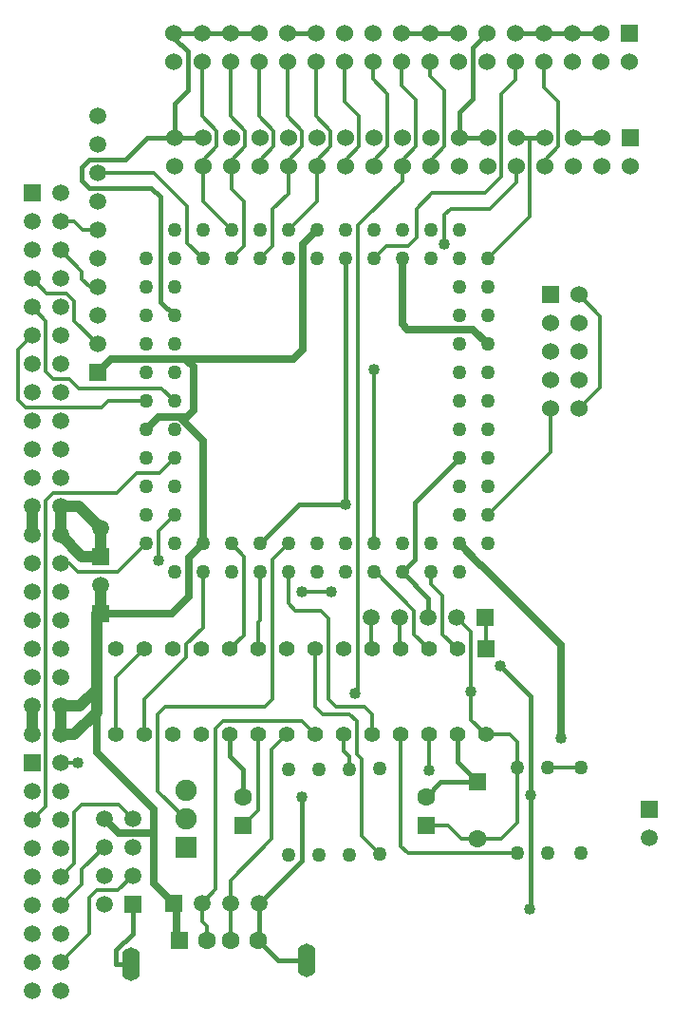
<source format=gbr>
G04 DipTrace 3.0.0.1*
G04 Bottom.gbr*
%MOIN*%
G04 #@! TF.FileFunction,Copper,L2,Bot*
G04 #@! TF.Part,Single*
G04 #@! TA.AperFunction,Conductor*
%ADD13C,0.025*%
G04 #@! TA.AperFunction,ViaPad*
%ADD14C,0.04*%
G04 #@! TA.AperFunction,Conductor*
%ADD15C,0.013*%
%ADD16C,0.017*%
G04 #@! TA.AperFunction,ComponentPad*
%ADD17R,0.062992X0.062992*%
%ADD18C,0.062992*%
%ADD19R,0.059055X0.059055*%
%ADD20C,0.059055*%
%ADD24C,0.06*%
%ADD25R,0.06X0.06*%
%ADD26R,0.074803X0.074803*%
%ADD27C,0.074803*%
%ADD28C,0.05*%
%ADD29C,0.05*%
%ADD30C,0.055*%
%ADD35C,0.062992*%
%ADD36O,0.062992X0.11811*%
%FSLAX26Y26*%
G04*
G70*
G90*
G75*
G01*
G04 Bottom*
%LPD*%
X1476667Y3377314D2*
D13*
X1427978Y3328625D1*
Y2959152D1*
X1395167Y2926341D1*
X1015466D1*
X755694D1*
X706667Y2877314D1*
X2335194Y1596814D2*
Y1921366D1*
X2053702Y2202858D1*
X2051122D1*
X1976667Y2277314D1*
X1776667Y3277314D2*
Y3047814D1*
X1795514Y3028966D1*
X2025014D1*
X2076667Y2977314D1*
X876667Y2677314D2*
X921828Y2722475D1*
X994505D1*
X1076667Y2640314D1*
Y2277314D1*
X973870Y1016382D2*
X904364Y1085888D1*
Y1262451D1*
Y1344957D1*
X703303Y1546017D1*
Y1686143D1*
D14*
Y1765996D1*
Y2032892D1*
X718202D1*
X994505Y2722475D2*
D13*
X1021063D1*
X1043722Y2745134D1*
Y2898085D1*
X1015466Y2926341D1*
X718202Y2032892D2*
D14*
Y2132892D1*
X973870Y1016382D2*
D13*
X984192D1*
Y896589D1*
X995500Y885281D1*
X904364Y1262451D2*
X781118D1*
X730146Y1313424D1*
X1076667Y2277314D2*
X1027517Y2228164D1*
Y2092243D1*
X968167Y2032892D1*
X718202D1*
X576667Y1707314D2*
D14*
Y1607314D1*
X476667D2*
Y1707314D1*
X576667D2*
X644621D1*
X703303Y1765996D1*
X576667Y1607314D2*
X624474D1*
X703303Y1686143D1*
X1869037Y2018934D2*
D16*
Y2084944D1*
X1776667Y2177314D1*
X2224759Y994762D2*
X2226667Y996671D1*
Y1396814D1*
X1423265Y1388944D2*
Y1165777D1*
X1273870Y1016382D1*
X1860000Y1388944D2*
X1913024Y1441967D1*
X2040358D1*
X576667Y2407314D2*
D14*
Y2307314D1*
X1216769Y1388945D2*
D16*
Y1485652D1*
X1171475Y1530946D1*
Y1607312D1*
X823650Y801816D2*
X772651D1*
Y851625D1*
X830146Y909119D1*
Y1013424D1*
X2076667Y3702825D2*
X1976667D1*
X1576667Y3277314D2*
Y2414314D1*
X1076667Y3702825D2*
X976667D1*
X2176667D2*
X2226167D1*
X2276667D1*
X476667Y2307314D2*
D14*
Y2407314D1*
X2376667Y3702825D2*
D16*
X2476667D1*
X1774438Y4069949D2*
X1874438D1*
X1274438D2*
X1174438D1*
X1374438D2*
X1474438D1*
X2174438D2*
X2274438D1*
X1776667Y2177314D2*
X1821167Y2221814D1*
Y2421814D1*
X1976667Y2577314D1*
X2226667Y1396814D2*
Y1743672D1*
X2122474Y1847865D1*
X1269909Y885281D2*
X1340874Y814316D1*
X1441760D1*
X1273870Y1016382D2*
Y889241D1*
X1269909Y885281D1*
X2040358Y1441967D2*
X1971475Y1510850D1*
Y1607312D1*
X717428Y2232745D2*
D14*
Y2332745D1*
X576667Y2307314D2*
X651235Y2232745D1*
X717428D1*
X1976667Y3702825D2*
D16*
Y3792944D1*
X2023938Y3840215D1*
Y4019449D1*
X2074438Y4069949D1*
X1576667Y2414314D2*
X1413667D1*
X1276667Y2277314D1*
X976667Y3702825D2*
X881415D1*
X804930Y3626341D1*
X677698D1*
X651698Y3600341D1*
Y3552341D1*
X677698Y3526341D1*
X895167D1*
X927503Y3494005D1*
Y3126478D1*
X976667Y3077314D1*
X1874438Y4069949D2*
X1974438D1*
X974438D2*
Y4053769D1*
X1023938Y4004269D1*
Y3868129D1*
X976667Y3820857D1*
Y3702825D1*
X1074438Y4069949D2*
X974438D1*
X1174438D2*
X1074438D1*
X2374438D2*
X2474438D1*
X2274438D2*
X2374438D1*
X2226167Y3702825D2*
D15*
Y3426814D1*
X2076667Y3277314D1*
X2396693Y3150854D2*
X2472194Y3075353D1*
Y2826356D1*
X2396693Y2750854D1*
X576667Y2407314D2*
D14*
X642860D1*
X717428Y2332745D1*
X771475Y1607312D2*
D15*
Y1807314D1*
X871475Y1907314D1*
X1969037Y2018934D2*
X2018478Y1969493D1*
Y1757314D1*
X1590874Y1486593D2*
Y1531093D1*
X1571475Y1550492D1*
Y1607312D1*
X2289516Y1493232D2*
X2405881Y1492672D1*
X2040358Y1241967D2*
X1985021D1*
X1938045Y1288944D1*
X1860000D1*
X2182049Y1492831D2*
Y1299963D1*
X2124052Y1241967D1*
X2040358D1*
X2071475Y1607312D2*
X2156046D1*
X2182049Y1581310D1*
Y1492831D1*
X2018478Y1757314D2*
Y1660311D1*
X2071475Y1607312D1*
X1174584Y885281D2*
X1173870Y1016382D1*
Y1096117D1*
X1318478Y1240724D1*
Y1554316D1*
X1371475Y1607312D1*
X1090824Y885281D2*
Y936280D1*
X1073870Y953234D1*
Y1016382D1*
X1122899Y1065411D1*
Y1628314D1*
X1148899Y1654314D1*
X1424474D1*
X1471475Y1607312D1*
X1216769Y1288945D2*
X1271475Y1343651D1*
Y1607312D1*
X2069037Y2018934D2*
X2071475Y2016496D1*
Y1907314D1*
X1769037Y2018934D2*
Y1909752D1*
X1771475Y1907314D1*
X1669037Y2018934D2*
Y1909752D1*
X1671475Y1907314D1*
X1526787Y2107463D2*
X1425076D1*
Y2109075D1*
X1871475Y1607312D2*
X1871474Y1481467D1*
X2182049Y1192831D2*
X2180189Y1190971D1*
X1797478D1*
X1771475Y1216974D1*
Y1607312D1*
X1698425Y1187560D2*
X1635375Y1250610D1*
Y1522644D1*
X1618478Y1539542D1*
Y1654314D1*
X1592478Y1680314D1*
X1497478D1*
X1471475Y1706316D1*
Y1907314D1*
X1971475D2*
X1918478Y1960311D1*
Y2094007D1*
X1876667Y2135818D1*
Y2177314D1*
X1871475Y1907314D2*
X1818478Y1960311D1*
Y2043209D1*
X1684373Y2177314D1*
X1676667D1*
X1376667D2*
Y2067963D1*
X1402667Y2041963D1*
X1492478D1*
X1518478Y2015963D1*
Y1732314D1*
X1544478Y1706314D1*
X1645474D1*
X1671475Y1680312D1*
Y1607312D1*
X1171475Y1907314D2*
X1221167Y1957005D1*
Y2232814D1*
X1176667Y2277314D1*
X871475Y1607312D2*
Y1732314D1*
X1018478Y1879316D1*
Y1925219D1*
X1076667Y1983408D1*
Y2177314D1*
X706667Y2977314D2*
X625694Y3058286D1*
Y3130341D1*
X599694Y3156341D1*
X527639D1*
X476667Y3207314D1*
X706667Y3177314D2*
X681222D1*
X651694Y3206841D1*
Y3232286D1*
X576667Y3307314D1*
X706667Y3577314D2*
X904995D1*
X1021167Y3461142D1*
Y3332814D1*
X1076667Y3277314D1*
X706667Y3377314D2*
X655694D1*
X625694Y3407314D1*
X576667D1*
X476667Y3107314D2*
X525694Y3058286D1*
Y2882341D1*
X551694Y2856341D1*
X608430D1*
X642958Y2821814D1*
X932167D1*
X976667Y2777314D1*
X476667Y3007314D2*
X427639Y2958286D1*
Y2782341D1*
X453639Y2756341D1*
X722915D1*
X743887Y2777314D1*
X876667D1*
X976667Y2577314D2*
X925699Y2526346D1*
X843436D1*
X773430Y2456341D1*
X551694D1*
X525694Y2430341D1*
Y1356341D1*
X476667Y1307314D1*
X1016656Y1311080D2*
X918478Y1409259D1*
Y1680314D1*
X944478Y1706314D1*
X1295167D1*
X1321167Y1732314D1*
Y2221814D1*
X1376667Y2277314D1*
X576667Y2207314D2*
X608441D1*
X638101Y2177654D1*
X777007D1*
X876667Y2277314D1*
X921167Y2218329D2*
Y2321814D1*
X976667Y2377314D1*
X639194Y1507314D2*
X576667D1*
X2296693Y2750854D2*
Y2597340D1*
X2076667Y2377314D1*
X2174438Y3969949D2*
Y3905227D1*
X2126167Y3856955D1*
Y3563882D1*
X2069521Y3507236D1*
X1882066D1*
X1827171Y3452341D1*
Y3352373D1*
X1796612Y3321814D1*
X1721167D1*
X1676667Y3277314D1*
X2276667Y3602825D2*
Y3622325D1*
X2326167Y3671825D1*
Y3827499D1*
X2274438Y3879227D1*
Y3969949D1*
X1876667Y3602825D2*
Y3622325D1*
X1926167Y3671825D1*
Y3868581D1*
X1874438Y3920310D1*
Y3969949D1*
X1774438D2*
Y3886999D1*
X1826167Y3835270D1*
Y3671825D1*
X1776667Y3622325D1*
Y3602825D1*
Y3549965D1*
X1648516Y3421814D1*
X1647167D1*
X1621280Y3395927D1*
Y1752954D1*
X1611337D1*
X1674438Y3969949D2*
Y3908255D1*
X1726167Y3856526D1*
Y3671825D1*
X1676667Y3622325D1*
Y3602825D1*
X1374438Y3969949D2*
Y3778188D1*
X1426167Y3726459D1*
Y3671825D1*
X1376667Y3622325D1*
Y3602825D1*
Y3506101D1*
X1321167Y3450601D1*
Y3321814D1*
X1276667Y3277314D1*
X1174438Y3969949D2*
Y3778188D1*
X1226167Y3726459D1*
Y3671825D1*
X1176667Y3622325D1*
Y3602825D1*
Y3523577D1*
X1221167Y3479077D1*
Y3321814D1*
X1176667Y3277314D1*
X1074438Y3969949D2*
Y3778188D1*
X1126167Y3726459D1*
Y3671825D1*
X1076667Y3622325D1*
Y3602825D1*
Y3477314D1*
X1176667Y3377314D1*
X1474438Y3969949D2*
Y3778188D1*
X1526167Y3726459D1*
Y3671825D1*
X1476667Y3622325D1*
Y3602825D1*
Y3477314D1*
X1376667Y3377314D1*
X1574438Y3969949D2*
Y3830388D1*
X1626167Y3778660D1*
Y3671825D1*
X1576667Y3622325D1*
Y3602825D1*
X1271475Y1907314D2*
Y2003715D1*
X1276667Y2008907D1*
Y2177314D1*
X830146Y1113424D2*
X779173Y1062451D1*
X703694D1*
X677694Y1036451D1*
Y908341D1*
X576667Y807314D1*
X730146Y1213424D2*
X651694Y1134972D1*
Y1082341D1*
X576667Y1007314D1*
X830146Y1313424D2*
X781118Y1362451D1*
X651694D1*
X625694Y1336451D1*
Y1156341D1*
X576667Y1107314D1*
X1676667Y2888861D2*
Y2277314D1*
X1926172Y3328840D2*
Y3431346D1*
X1947167Y3452341D1*
X2084598D1*
X2176667Y3544409D1*
Y3602825D1*
X1276667D2*
Y3622325D1*
X1326167Y3671825D1*
Y3726459D1*
X1274438Y3778188D1*
Y3969949D1*
D14*
X2335194Y1596814D3*
X2224759Y994762D3*
X1423265Y1388944D3*
X1576667Y2414314D3*
X2122474Y1847865D3*
X2226667Y1396814D3*
X2018478Y1757314D3*
X1425076Y2109075D3*
X1526787Y2107463D3*
X1871474Y1481467D3*
X1611337Y1752954D3*
X1676667Y2888861D3*
X1926172Y3328840D3*
X921167Y2218329D3*
X639194Y1507314D3*
D17*
X1216769Y1288945D3*
D18*
Y1388945D3*
D17*
X1860000Y1288944D3*
D18*
Y1388944D3*
X2040358Y1241967D3*
D17*
Y1441967D3*
D19*
X2644280Y1344076D3*
D20*
Y1244076D3*
D19*
X476667Y3507314D3*
D20*
X576667D3*
X476667Y3407314D3*
X576667D3*
X476667Y3307314D3*
X576667D3*
X476667Y3207314D3*
X576667D3*
X476667Y3107314D3*
X576667D3*
X476667Y3007314D3*
X576667D3*
X476667Y2907314D3*
X576667D3*
X476667Y2807314D3*
X576667D3*
X476667Y2707314D3*
X576667D3*
X476667Y2607314D3*
X576667D3*
X476667Y2507314D3*
X576667D3*
X476667Y2407314D3*
X576667D3*
X476667Y2307314D3*
X576667D3*
X476667Y2207314D3*
X576667D3*
X476667Y2107314D3*
X576667D3*
X476667Y2007314D3*
X576667D3*
X476667Y1907314D3*
X576667D3*
X476667Y1807314D3*
X576667D3*
X476667Y1707314D3*
X576667D3*
X476667Y1607314D3*
X576667D3*
D19*
X2069037Y2018934D3*
D20*
X1969037D3*
X1869037D3*
X1769037D3*
X1669037D3*
D24*
X1376667Y3602825D3*
Y3702825D3*
X2576667Y3602825D3*
X2476667D3*
X2376667D3*
X2276667D3*
X2176667D3*
X2076667D3*
X1976667D3*
X1876667D3*
X1776667D3*
X1676667D3*
Y3702825D3*
X1776667D3*
X1876667D3*
X1976667D3*
X2076667D3*
X2176667D3*
X2276667D3*
X2376667D3*
X2476667D3*
D25*
X2576667D3*
D24*
X1576667D3*
Y3602825D3*
X1476667Y3702825D3*
Y3602825D3*
X1276667Y3702825D3*
Y3602825D3*
X1176667Y3702825D3*
Y3602825D3*
X1076667Y3702825D3*
Y3602825D3*
X976667Y3702825D3*
Y3602825D3*
X2396693Y2750854D3*
X2296693D3*
Y2850854D3*
X2396693D3*
X2296693Y2950854D3*
X2396693D3*
X2296693Y3050854D3*
X2396693D3*
Y3150854D3*
D25*
X2296693D3*
D19*
X476667Y1507314D3*
D20*
X576667D3*
X476667Y1407314D3*
X576667D3*
X476667Y1307314D3*
X576667D3*
X476667Y1207314D3*
X576667D3*
X476667Y1107314D3*
X576667D3*
X476667Y1007314D3*
X576667D3*
X476667Y907314D3*
X576667D3*
X476667Y807314D3*
X576667D3*
X476667Y707314D3*
X576667D3*
D26*
X1016656Y1211080D3*
D27*
Y1311080D3*
Y1411080D3*
D28*
X2182049Y1492831D3*
D29*
Y1192831D3*
D28*
X1590874Y1486593D3*
D29*
Y1186593D3*
D28*
X1698425Y1487560D3*
D29*
Y1187560D3*
D28*
X2289516Y1493232D3*
D29*
Y1193232D3*
D28*
X1378764Y1485744D3*
D29*
Y1185744D3*
D28*
X1483455Y1485298D3*
D29*
Y1185298D3*
D28*
X2405881Y1492672D3*
D29*
Y1192672D3*
D20*
X706667Y3777314D3*
Y3677314D3*
Y3577314D3*
Y3477314D3*
Y3377314D3*
Y3277314D3*
Y3177314D3*
Y3077314D3*
Y2977314D3*
D19*
Y2877314D3*
D17*
X2071475Y1907313D3*
D30*
X1971475D3*
X1871475D3*
X1771475D3*
X1671475D3*
X1571475D3*
X1471475D3*
X1371475D3*
X1271475D3*
X1171475D3*
X1071475D3*
X971475D3*
X871475D3*
X771475D3*
Y1607313D3*
X871475D3*
X971475D3*
X1071475D3*
X1171475D3*
X1271475D3*
X1371475D3*
X1471475D3*
X1571475D3*
X1671475D3*
X1771475D3*
X1871475D3*
X1971475D3*
X2071475D3*
D28*
X976667Y2177314D3*
X1076667D3*
X1176667D3*
X876667Y2277314D3*
Y2377314D3*
Y2477314D3*
Y2577314D3*
Y2677314D3*
Y2777314D3*
Y2877314D3*
Y2977314D3*
Y3077314D3*
Y3177314D3*
Y3277314D3*
X1176667Y3377314D3*
X1076667D3*
X976667D3*
Y2277314D3*
Y2377314D3*
Y2477314D3*
Y2577314D3*
Y2677314D3*
Y2777314D3*
Y2877314D3*
Y2977314D3*
Y3077314D3*
Y3177314D3*
Y3277314D3*
X1076667D3*
X1176667D3*
Y2277314D3*
X1076667D3*
X1576667Y2177314D3*
D29*
X1476667D3*
D28*
X1376667D3*
X1276667D3*
X1676667D3*
X1776667D3*
X1876667D3*
X1976667D3*
X2076667Y2277314D3*
Y2377314D3*
Y2477314D3*
Y2577314D3*
Y2677314D3*
Y2777314D3*
Y2877314D3*
Y2977314D3*
Y3077314D3*
Y3177314D3*
Y3277314D3*
X1976667Y3377314D3*
X1876667D3*
X1776667D3*
X1676667D3*
X1576667D3*
X1476667D3*
X1376667D3*
X1276667D3*
Y3277314D3*
X1376667D3*
X1476667D3*
X1576667D3*
X1676667D3*
X1776667D3*
X1876667D3*
X1976667D3*
Y3177314D3*
Y3077314D3*
Y2977314D3*
Y2877314D3*
Y2777314D3*
Y2677314D3*
Y2577314D3*
Y2477314D3*
Y2377314D3*
Y2277314D3*
X1876667D3*
X1776667D3*
X1676667D3*
X1576667D3*
X1476667D3*
X1376667D3*
X1276667D3*
D19*
X973870Y1016382D3*
D20*
X1073870D3*
X1173870D3*
X1273870D3*
D35*
X1269909Y885281D3*
X1174584D3*
X1090824D3*
D17*
X995500D3*
D36*
X823650Y801816D3*
X1441760Y814316D3*
D19*
X830146Y1013424D3*
D20*
X730146D3*
X830146Y1113424D3*
X730146D3*
X830146Y1213424D3*
X730146D3*
X830146Y1313424D3*
X730146D3*
D24*
X1374438Y3969949D3*
Y4069949D3*
X2574438Y3969949D3*
X2474438D3*
X2374438D3*
X2274438D3*
X2174438D3*
X2074438D3*
X1974438D3*
X1874438D3*
X1774438D3*
X1674438D3*
Y4069949D3*
X1774438D3*
X1874438D3*
X1974438D3*
X2074438D3*
X2174438D3*
X2274438D3*
X2374438D3*
X2474438D3*
D25*
X2574438D3*
D24*
X1574438D3*
Y3969949D3*
X1474438Y4069949D3*
Y3969949D3*
X1274438Y4069949D3*
Y3969949D3*
X1174438Y4069949D3*
Y3969949D3*
X1074438Y4069949D3*
Y3969949D3*
X974438Y4069949D3*
Y3969949D3*
D19*
X717428Y2232745D3*
D20*
Y2332745D3*
D19*
X718202Y2032892D3*
D20*
Y2132892D3*
M02*

</source>
